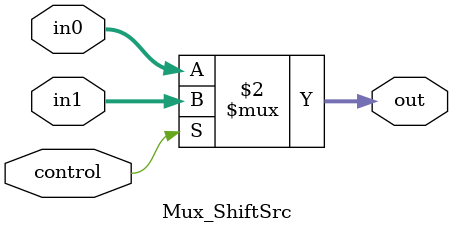
<source format=v>
module Mux_ShiftSrc(
    input wire [31:0] in0,
    input wire  [31:0] in1,
    input wire control,
    output wire [31:0] out
    );

    assign out = (control == 1'b0) ? in0:
                 in1;
                 
endmodule
</source>
